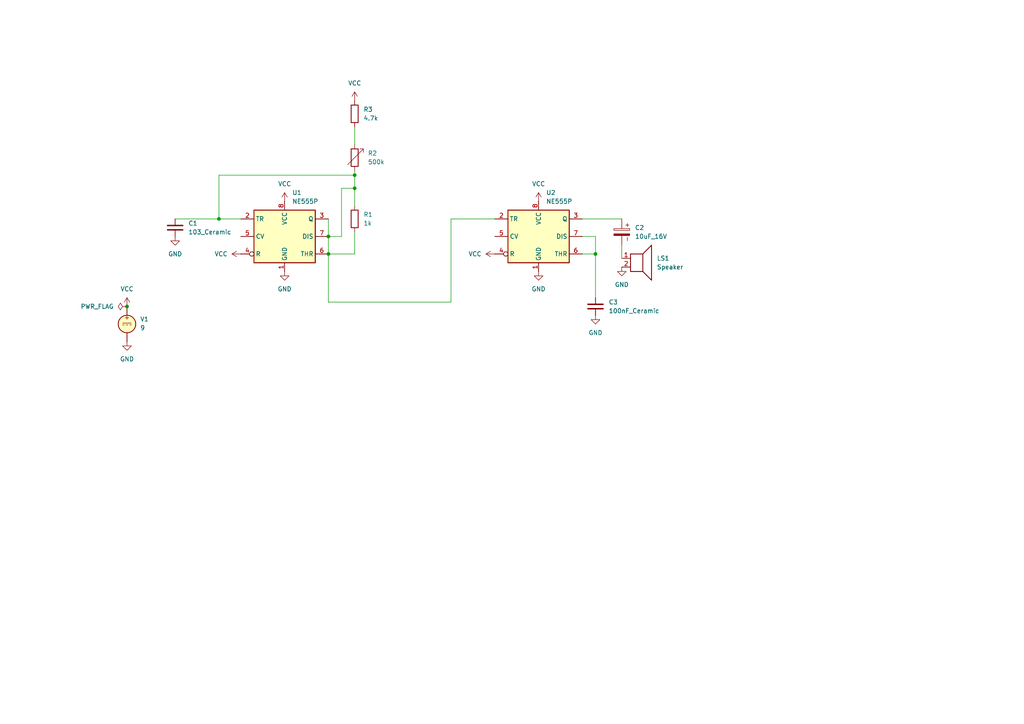
<source format=kicad_sch>
(kicad_sch (version 20231120) (generator "eeschema") (generator_version "8.0")
  (paper "A4")
  (lib_symbols
    (symbol "Device:R" (pin_numbers hide) (pin_names (offset 0))
      (property "Reference" "R" (at 2.032 0 90))
      (property "Value" "R" (at 0 0 90))
      (symbol "R_0_1"
        (rectangle (start -1.016 -2.54) (end 1.016 2.54) (stroke (width 0.254)))
      )
      (symbol "R_1_1"
        (pin passive line (at 0 3.81 270) (length 1.27) (name "~") (number "1"))
        (pin passive line (at 0 -3.81 90) (length 1.27) (name "~") (number "2"))
      )
    )
    (symbol "Device:R_Variable" (pin_numbers hide) (pin_names (offset 0))
      (property "Reference" "R" (at 2.54 -2.54 90))
      (property "Value" "R_Variable" (at -2.54 -1.27 90))
      (symbol "R_Variable_0_1"
        (rectangle (start -1.016 -2.54) (end 1.016 2.54) (stroke (width 0.254)))
        (polyline (pts (xy 2.54 1.524) (xy 2.54 2.54) (xy 1.524 2.54) (xy 2.54 2.54) (xy -2.032 -2.032)))
      )
      (symbol "R_Variable_1_1"
        (pin passive line (at 0 3.81 270) (length 1.27) (name "~") (number "1"))
        (pin passive line (at 0 -3.81 90) (length 1.27) (name "~") (number "2"))
      )
    )
    (symbol "Device:Speaker" (pin_names (offset 0) hide)
      (property "Reference" "LS" (at 1.27 5.715 0))
      (property "Value" "Speaker" (at 1.27 3.81 0))
      (symbol "Speaker_0_0"
        (rectangle (start -2.54 1.27) (end 1.016 -3.81) (stroke (width 0.254)))
        (polyline (pts (xy 1.016 1.27) (xy 3.556 3.81) (xy 3.556 -6.35) (xy 1.016 -3.81)) (stroke (width 0.254)))
      )
      (symbol "Speaker_1_1"
        (pin input line (at -5.08 0 0) (length 2.54) (name "1") (number "1"))
        (pin input line (at -5.08 -2.54 0) (length 2.54) (name "2") (number "2"))
      )
    )
    (symbol "PCM_4ms_Power-symbol:PWR_FLAG" (power) (pin_numbers hide) (pin_names (offset 0) hide)
      (property "Value" "PWR_FLAG" (at 0 3.81 0))
      (symbol "PWR_FLAG_0_0"
        (pin power_out line (at 0 0 90) (length 0) (name "pwr") (number "1"))
      )
      (symbol "PWR_FLAG_0_1"
        (polyline (pts (xy 0 0) (xy 0 1.27) (xy -1.016 1.905) (xy 0 2.54) (xy 1.016 1.905) (xy 0 1.27)))
      )
    )
    (symbol "PCM_SL_Capacitors:100nF_Ceramic"
      (property "Reference" "C" (at 0 6.35 0))
      (property "Value" "100nF_Ceramic" (at 0 3.81 0))
      (symbol "100nF_Ceramic_0_1"
        (rectangle (start -0.762 2.286) (end -0.508 -2.286) (fill (type outline)))
        (rectangle (start 0.508 2.286) (end 0.762 -2.286) (fill (type outline)))
      )
      (symbol "100nF_Ceramic_1_1"
        (pin passive line (at -2.54 0 0) (length 2) (name "~") (number "1"))
        (pin input line (at 2.54 0 180) (length 2) (name "~") (number "2"))
      )
    )
    (symbol "PCM_SL_Capacitors:103_Ceramic"
      (property "Reference" "C" (at 0 6.35 0))
      (property "Value" "103_Ceramic" (at 0 3.81 0))
      (symbol "103_Ceramic_0_1"
        (rectangle (start -0.762 2.286) (end -0.508 -2.286) (fill (type outline)))
        (rectangle (start 0.508 2.286) (end 0.762 -2.286) (fill (type outline)))
      )
      (symbol "103_Ceramic_1_1"
        (pin passive line (at -2.54 0 0) (length 2) (name "~") (number "1"))
        (pin input line (at 2.54 0 180) (length 2) (name "~") (number "2"))
      )
    )
    (symbol "PCM_SL_Capacitors:10uF_16V"
      (property "Reference" "C" (at 0 7.62 0))
      (property "Value" "10uF_16V" (at 0 5.08 0))
      (symbol "10uF_16V_0_0"
        (text "+" (at -2.032 1.524 0) (effects (font (size 1.27 1.27))))
        (text "-" (at 2.032 1.524 0) (effects (font (size 1.27 1.27))))
      )
      (symbol "10uF_16V_0_1"
        (rectangle (start -1.016 -2.286) (end -0.508 2.286))
        (rectangle (start 0.508 -2.286) (end 1.016 2.286) (fill (type outline)))
      )
      (symbol "10uF_16V_1_1"
        (pin passive line (at -3.81 0 0) (length 2.7) (name "~") (number "1"))
        (pin input line (at 3.81 0 180) (length 2.7) (name "~") (number "2"))
      )
    )
    (symbol "Simulation_SPICE:VDC" (pin_numbers hide) (pin_names (offset 0.0254))
      (property "Reference" "V" (at 2.54 2.54 0))
      (property "Value" "1" (at 2.54 0 0))
      (symbol "VDC_0_0"
        (polyline (pts (xy -1.27 0.254) (xy 1.27 0.254)))
        (polyline (pts (xy -0.762 -0.254) (xy -1.27 -0.254)))
        (polyline (pts (xy 0.254 -0.254) (xy -0.254 -0.254)))
        (polyline (pts (xy 1.27 -0.254) (xy 0.762 -0.254)))
        (text "+" (at 0 1.905 0) (effects (font (size 1.27 1.27))))
      )
      (symbol "VDC_0_1"
        (circle (center 0 0) (radius 2.54) (stroke (width 0.254)) (fill (type background)))
      )
      (symbol "VDC_1_1"
        (pin passive line (at 0 5.08 270) (length 2.54) (name "~") (number "1"))
        (pin passive line (at 0 -5.08 90) (length 2.54) (name "~") (number "2"))
      )
    )
    (symbol "Timer:NE555P"
      (property "Reference" "U" (at -10.16 8.89 0))
      (property "Value" "NE555P" (at 2.54 8.89 0))
      (symbol "NE555P_0_0"
        (pin power_in line (at 0 -10.16 90) (length 2.54) (name "GND") (number "1"))
        (pin power_in line (at 0 10.16 270) (length 2.54) (name "VCC") (number "8"))
      )
      (symbol "NE555P_0_1"
        (rectangle (start -8.89 -7.62) (end 8.89 7.62) (stroke (width 0.254)) (fill (type background)))
        (rectangle (start -8.89 -7.62) (end 8.89 7.62) (stroke (width 0.254)) (fill (type background)))
      )
      (symbol "NE555P_1_1"
        (pin input line (at -12.7 5.08 0) (length 3.81) (name "TR") (number "2"))
        (pin output line (at 12.7 5.08 180) (length 3.81) (name "Q") (number "3"))
        (pin input inverted (at -12.7 -5.08 0) (length 3.81) (name "R") (number "4"))
        (pin input line (at -12.7 0 0) (length 3.81) (name "CV") (number "5"))
        (pin input line (at 12.7 -5.08 180) (length 3.81) (name "THR") (number "6"))
        (pin input line (at 12.7 0 180) (length 3.81) (name "DIS") (number "7"))
      )
    )
    (symbol "power:GND" (power) (pin_numbers hide) (pin_names (offset 0) hide)
      (property "Value" "GND" (at 0 -3.81 0))
      (symbol "GND_0_1"
        (polyline (pts (xy 0 0) (xy 0 -1.27) (xy 1.27 -1.27) (xy 0 -2.54) (xy -1.27 -1.27) (xy 0 -1.27)))
      )
      (symbol "GND_1_1"
        (pin power_in line (at 0 0 270) (length 0) (name "~") (number "1"))
      )
    )
    (symbol "power:VCC" (power) (pin_numbers hide) (pin_names (offset 0) hide)
      (property "Value" "VCC" (at 0 3.556 0))
      (symbol "VCC_0_1"
        (polyline (pts (xy -0.762 1.27) (xy 0 2.54)))
        (polyline (pts (xy 0 0) (xy 0 2.54)))
        (polyline (pts (xy 0 2.54) (xy 0.762 1.27)))
      )
      (symbol "VCC_1_1"
        (pin power_in line (at 0 0 90) (length 0) (name "~") (number "1"))
      )
    )
  )
  (junction (at 102.87 54.61))
  (junction (at 172.72 73.66))
  (junction (at 36.83 88.9))
  (junction (at 95.25 73.66))
  (junction (at 95.25 68.58))
  (junction (at 102.87 50.8))
  (junction (at 63.5 63.5))
  (wire (pts (xy 95.25 87.63) (xy 130.81 87.63)))
  (wire (pts (xy 168.91 68.58) (xy 172.72 68.58)))
  (wire (pts (xy 95.25 68.58) (xy 99.06 68.58)))
  (wire (pts (xy 63.5 63.5) (xy 69.85 63.5)))
  (wire (pts (xy 168.91 63.5) (xy 180.34 63.5)))
  (wire (pts (xy 102.87 49.53) (xy 102.87 50.8)))
  (wire (pts (xy 130.81 63.5) (xy 143.51 63.5)))
  (wire (pts (xy 172.72 73.66) (xy 172.72 86.36)))
  (wire (pts (xy 180.34 71.12) (xy 180.34 74.93)))
  (wire (pts (xy 102.87 50.8) (xy 63.5 50.8)))
  (wire (pts (xy 63.5 50.8) (xy 63.5 63.5)))
  (wire (pts (xy 172.72 68.58) (xy 172.72 73.66)))
  (wire (pts (xy 102.87 50.8) (xy 102.87 54.61)))
  (wire (pts (xy 102.87 54.61) (xy 99.06 54.61)))
  (wire (pts (xy 102.87 67.31) (xy 102.87 73.66)))
  (wire (pts (xy 95.25 68.58) (xy 95.25 73.66)))
  (wire (pts (xy 50.8 63.5) (xy 63.5 63.5)))
  (wire (pts (xy 95.25 63.5) (xy 95.25 68.58)))
  (wire (pts (xy 95.25 73.66) (xy 95.25 87.63)))
  (wire (pts (xy 168.91 73.66) (xy 172.72 73.66)))
  (wire (pts (xy 95.25 73.66) (xy 102.87 73.66)))
  (wire (pts (xy 102.87 36.83) (xy 102.87 41.91)))
  (wire (pts (xy 130.81 87.63) (xy 130.81 63.5)))
  (wire (pts (xy 99.06 54.61) (xy 99.06 68.58)))
  (wire (pts (xy 102.87 59.69) (xy 102.87 54.61)))
  (symbol (lib_id "PCM_4ms_Power-symbol:PWR_FLAG") (at 36.83 88.9 90) (unit 1)
    (property "Reference" "#FLG01" (effects (hide yes)))
    (property "Value" "PWR_FLAG" (at 33.02 88.8999 90) (effects (justify left)))
  )
  (symbol (lib_id "Device:Speaker") (at 185.42 74.93 0) (unit 1)
    (property "Reference" "LS1" (at 190.5 74.9299 0) (effects (justify left)))
    (property "Value" "Speaker" (at 190.5 77.4699 0) (effects (justify left)))
    (property "Description" "Speaker" (effects (hide yes)))
  )
  (symbol (lib_id "power:GND") (at 180.34 77.47 0) (unit 1)
    (property "Reference" "#PWR011" (effects (hide yes)))
    (property "Value" "GND" (at 180.34 82.55 0))
    (property "Description" "Power symbol creates a global label with name \"GND\" , ground" (effects (hide yes)))
  )
  (symbol (lib_id "power:GND") (at 50.8 68.58 0) (unit 1)
    (property "Reference" "#PWR07" (effects (hide yes)))
    (property "Value" "GND" (at 50.8 73.66 0))
    (property "Description" "Power symbol creates a global label with name \"GND\" , ground" (effects (hide yes)))
  )
  (symbol (lib_id "power:GND") (at 82.55 78.74 0) (unit 1)
    (property "Reference" "#PWR01" (effects (hide yes)))
    (property "Value" "GND" (at 82.55 83.82 0))
    (property "Description" "Power symbol creates a global label with name \"GND\" , ground" (effects (hide yes)))
  )
  (symbol (lib_id "power:VCC") (at 102.87 29.21 0) (unit 1)
    (property "Reference" "#PWR06" (effects (hide yes)))
    (property "Value" "VCC" (at 102.87 24.13 0))
    (property "Description" "Power symbol creates a global label with name \"VCC\"" (effects (hide yes)))
  )
  (symbol (lib_id "PCM_SL_Capacitors:103_Ceramic") (at 50.8 66.04 90) (unit 1)
    (property "Reference" "C1" (at 54.61 64.7699 90) (effects (justify right)))
    (property "Value" "103_Ceramic" (at 54.61 67.3099 90) (effects (justify right)))
    (property "Footprint" "Capacitor_THT:C_Disc_D5.0mm_W2.5mm_P2.50mm" (effects (hide yes)))
    (property "Description" "10nF Ceramic Capacitor" (effects (hide yes)))
  )
  (symbol (lib_id "Timer:NE555P") (at 156.21 68.58 0) (unit 1)
    (property "Reference" "U2" (at 158.4041 55.88 0) (effects (justify left)))
    (property "Value" "NE555P" (at 158.4041 58.42 0) (effects (justify left)))
    (property "Footprint" "Package_DIP:DIP-8_W7.62mm" (effects (hide yes)))
    (property "Datasheet" "http://www.ti.com/lit/ds/symlink/ne555.pdf" (effects (hide yes)))
    (property "Description" "Precision Timers, 555 compatible,  PDIP-8" (effects (hide yes)))
  )
  (symbol (lib_id "power:GND") (at 172.72 91.44 0) (unit 1)
    (property "Reference" "#PWR012" (effects (hide yes)))
    (property "Value" "GND" (at 172.72 96.52 0))
    (property "Description" "Power symbol creates a global label with name \"GND\" , ground" (effects (hide yes)))
  )
  (symbol (lib_id "Simulation_SPICE:VDC") (at 36.83 93.98 0) (unit 1)
    (property "Reference" "V1" (at 40.64 92.5801 0) (effects (justify left)))
    (property "Value" "9" (at 40.64 95.1201 0) (effects (justify left)))
    (property "Datasheet" "https://ngspice.sourceforge.io/docs/ngspice-html-manual/manual.xhtml#sec_Independent_Sources_for" (effects (hide yes)))
    (property "Description" "Voltage source, DC" (effects (hide yes)))
    (property "Sim.Pins" "1=+ 2=-" (effects (hide yes)))
    (property "Sim.Type" "DC" (effects (hide yes)))
    (property "Sim.Device" "V" (effects (hide yes)))
  )
  (symbol (lib_id "Device:R_Variable") (at 102.87 45.72 0) (unit 1)
    (property "Reference" "R2" (at 106.68 44.4499 0) (effects (justify left)))
    (property "Value" "500k" (at 106.68 46.9899 0) (effects (justify left)))
    (property "Description" "Variable resistor" (effects (hide yes)))
  )
  (symbol (lib_id "power:VCC") (at 143.51 73.66 90) (unit 1)
    (property "Reference" "#PWR010" (effects (hide yes)))
    (property "Value" "VCC" (at 139.7 73.6599 90) (effects (justify left)))
    (property "Description" "Power symbol creates a global label with name \"VCC\"" (effects (hide yes)))
  )
  (symbol (lib_id "Device:R") (at 102.87 63.5 0) (unit 1)
    (property "Reference" "R1" (at 105.41 62.2299 0) (effects (justify left)))
    (property "Value" "1k" (at 105.41 64.7699 0) (effects (justify left)))
    (property "Description" "Resistor" (effects (hide yes)))
  )
  (symbol (lib_id "power:VCC") (at 82.55 58.42 0) (unit 1)
    (property "Reference" "#PWR05" (effects (hide yes)))
    (property "Value" "VCC" (at 82.55 53.34 0))
    (property "Description" "Power symbol creates a global label with name \"VCC\"" (effects (hide yes)))
  )
  (symbol (lib_id "Device:R") (at 102.87 33.02 0) (unit 1)
    (property "Reference" "R3" (at 105.41 31.7499 0) (effects (justify left)))
    (property "Value" "4.7k" (at 105.41 34.2899 0) (effects (justify left)))
    (property "Description" "Resistor" (effects (hide yes)))
  )
  (symbol (lib_id "power:VCC") (at 36.83 88.9 0) (unit 1)
    (property "Reference" "#PWR03" (effects (hide yes)))
    (property "Value" "VCC" (at 36.83 83.82 0))
    (property "Description" "Power symbol creates a global label with name \"VCC\"" (effects (hide yes)))
  )
  (symbol (lib_id "power:GND") (at 156.21 78.74 0) (unit 1)
    (property "Reference" "#PWR02" (effects (hide yes)))
    (property "Value" "GND" (at 156.21 83.82 0))
    (property "Description" "Power symbol creates a global label with name \"GND\" , ground" (effects (hide yes)))
  )
  (symbol (lib_id "power:VCC") (at 69.85 73.66 90) (unit 1)
    (property "Reference" "#PWR08" (effects (hide yes)))
    (property "Value" "VCC" (at 66.04 73.6599 90) (effects (justify left)))
    (property "Description" "Power symbol creates a global label with name \"VCC\"" (effects (hide yes)))
  )
  (symbol (lib_id "power:VCC") (at 156.21 58.42 0) (unit 1)
    (property "Reference" "#PWR09" (effects (hide yes)))
    (property "Value" "VCC" (at 156.21 53.34 0))
    (property "Description" "Power symbol creates a global label with name \"VCC\"" (effects (hide yes)))
  )
  (symbol (lib_id "power:GND") (at 36.83 99.06 0) (unit 1)
    (property "Reference" "#PWR04" (effects (hide yes)))
    (property "Value" "GND" (at 36.83 104.14 0))
    (property "Description" "Power symbol creates a global label with name \"GND\" , ground" (effects (hide yes)))
  )
  (symbol (lib_id "PCM_SL_Capacitors:10uF_16V") (at 180.34 67.31 270) (unit 1)
    (property "Reference" "C2" (at 184.15 66.0399 90) (effects (justify left)))
    (property "Value" "10uF_16V" (at 184.15 68.5799 90) (effects (justify left)))
    (property "Footprint" "Capacitor_THT:CP_Radial_D5.0mm_P2.00mm" (effects (hide yes)))
    (property "Description" "10uF, 16V Electrolytic Capacitor" (effects (hide yes)))
  )
  (symbol (lib_id "Timer:NE555P") (at 82.55 68.58 0) (unit 1)
    (property "Reference" "U1" (at 84.7441 55.88 0) (effects (justify left)))
    (property "Value" "NE555P" (at 84.7441 58.42 0) (effects (justify left)))
    (property "Footprint" "Package_DIP:DIP-8_W7.62mm" (effects (hide yes)))
    (property "Datasheet" "http://www.ti.com/lit/ds/symlink/ne555.pdf" (effects (hide yes)))
    (property "Description" "Precision Timers, 555 compatible,  PDIP-8" (effects (hide yes)))
  )
  (symbol (lib_id "PCM_SL_Capacitors:100nF_Ceramic") (at 172.72 88.9 90) (unit 1)
    (property "Reference" "C3" (at 176.53 87.6299 90) (effects (justify right)))
    (property "Value" "100nF_Ceramic" (at 176.53 90.1699 90) (effects (justify right)))
    (property "Footprint" "Capacitor_THT:C_Disc_D5.0mm_W2.5mm_P2.50mm" (effects (hide yes)))
    (property "Description" "100nF Ceramic Capacitor" (effects (hide yes)))
  )
)
</source>
